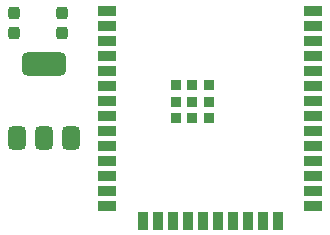
<source format=gbr>
%TF.GenerationSoftware,KiCad,Pcbnew,8.0.7*%
%TF.CreationDate,2025-05-26T13:39:26+05:30*%
%TF.ProjectId,smart_board,736d6172-745f-4626-9f61-72642e6b6963,rev?*%
%TF.SameCoordinates,Original*%
%TF.FileFunction,Paste,Top*%
%TF.FilePolarity,Positive*%
%FSLAX46Y46*%
G04 Gerber Fmt 4.6, Leading zero omitted, Abs format (unit mm)*
G04 Created by KiCad (PCBNEW 8.0.7) date 2025-05-26 13:39:26*
%MOMM*%
%LPD*%
G01*
G04 APERTURE LIST*
G04 Aperture macros list*
%AMRoundRect*
0 Rectangle with rounded corners*
0 $1 Rounding radius*
0 $2 $3 $4 $5 $6 $7 $8 $9 X,Y pos of 4 corners*
0 Add a 4 corners polygon primitive as box body*
4,1,4,$2,$3,$4,$5,$6,$7,$8,$9,$2,$3,0*
0 Add four circle primitives for the rounded corners*
1,1,$1+$1,$2,$3*
1,1,$1+$1,$4,$5*
1,1,$1+$1,$6,$7*
1,1,$1+$1,$8,$9*
0 Add four rect primitives between the rounded corners*
20,1,$1+$1,$2,$3,$4,$5,0*
20,1,$1+$1,$4,$5,$6,$7,0*
20,1,$1+$1,$6,$7,$8,$9,0*
20,1,$1+$1,$8,$9,$2,$3,0*%
G04 Aperture macros list end*
%ADD10R,1.500000X0.900000*%
%ADD11R,0.900000X1.500000*%
%ADD12R,0.900000X0.900000*%
%ADD13RoundRect,0.237500X0.237500X-0.300000X0.237500X0.300000X-0.237500X0.300000X-0.237500X-0.300000X0*%
%ADD14RoundRect,0.375000X0.375000X-0.625000X0.375000X0.625000X-0.375000X0.625000X-0.375000X-0.625000X0*%
%ADD15RoundRect,0.500000X1.400000X-0.500000X1.400000X0.500000X-1.400000X0.500000X-1.400000X-0.500000X0*%
G04 APERTURE END LIST*
D10*
%TO.C,U1*%
X73975000Y-57655000D03*
X73975000Y-58925000D03*
X73975000Y-60195000D03*
X73975000Y-61465000D03*
X73975000Y-62735000D03*
X73975000Y-64005000D03*
X73975000Y-65275000D03*
X73975000Y-66545000D03*
X73975000Y-67815000D03*
X73975000Y-69085000D03*
X73975000Y-70355000D03*
X73975000Y-71625000D03*
X73975000Y-72895000D03*
X73975000Y-74165000D03*
D11*
X77015000Y-75415000D03*
X78285000Y-75415000D03*
X79555000Y-75415000D03*
X80825000Y-75415000D03*
X82095000Y-75415000D03*
X83365000Y-75415000D03*
X84635000Y-75415000D03*
X85905000Y-75415000D03*
X87175000Y-75415000D03*
X88445000Y-75415000D03*
D10*
X91475000Y-74165000D03*
X91475000Y-72895000D03*
X91475000Y-71625000D03*
X91475000Y-70355000D03*
X91475000Y-69085000D03*
X91475000Y-67815000D03*
X91475000Y-66545000D03*
X91475000Y-65275000D03*
X91475000Y-64005000D03*
X91475000Y-62735000D03*
X91475000Y-61465000D03*
X91475000Y-60195000D03*
X91475000Y-58925000D03*
X91475000Y-57655000D03*
D12*
X79825000Y-63975000D03*
X79825000Y-65375000D03*
X79825000Y-66775000D03*
X81225000Y-63975000D03*
X81225000Y-65375000D03*
X81225000Y-66775000D03*
X82625000Y-63975000D03*
X82625000Y-65375000D03*
X82625000Y-66775000D03*
%TD*%
D13*
%TO.C,C1*%
X66125000Y-59562500D03*
X66125000Y-57837500D03*
%TD*%
D14*
%TO.C,U2*%
X66350000Y-68450000D03*
X68650000Y-68450000D03*
D15*
X68650000Y-62150000D03*
D14*
X70950000Y-68450000D03*
%TD*%
D13*
%TO.C,C2*%
X70205000Y-59565000D03*
X70205000Y-57840000D03*
%TD*%
M02*

</source>
